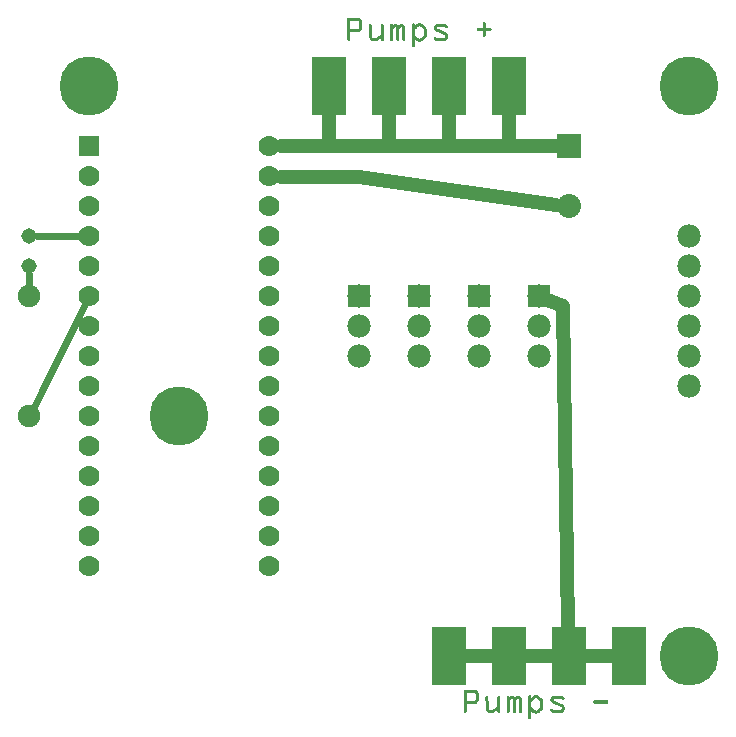
<source format=gtl>
G04 MADE WITH FRITZING*
G04 WWW.FRITZING.ORG*
G04 DOUBLE SIDED*
G04 HOLES PLATED*
G04 CONTOUR ON CENTER OF CONTOUR VECTOR*
%ASAXBY*%
%FSLAX23Y23*%
%MOIN*%
%OFA0B0*%
%SFA1.0B1.0*%
%ADD10C,0.051496*%
%ADD11C,0.196851*%
%ADD12C,0.080000*%
%ADD13C,0.070000*%
%ADD14C,0.078000*%
%ADD15C,0.075000*%
%ADD16R,0.079986X0.080000*%
%ADD17R,0.069972X0.070000*%
%ADD18R,0.078000X0.078000*%
%ADD19R,0.118110X0.196850*%
%ADD20C,0.024000*%
%ADD21C,0.048000*%
%ADD22R,0.001000X0.001000*%
%LNCOPPER1*%
G90*
G70*
G54D10*
X122Y1535D03*
X122Y1635D03*
X122Y1535D03*
X122Y1635D03*
G54D11*
X322Y2135D03*
X622Y1035D03*
X2322Y235D03*
X2322Y2135D03*
G54D12*
X1922Y1935D03*
X1922Y1735D03*
G54D13*
X322Y1935D03*
X322Y1835D03*
X322Y1735D03*
X322Y1635D03*
X322Y1535D03*
X322Y1435D03*
X322Y1335D03*
X322Y1235D03*
X322Y1135D03*
X322Y1035D03*
X322Y935D03*
X322Y835D03*
X322Y735D03*
X322Y635D03*
X322Y535D03*
X922Y1935D03*
X922Y1835D03*
X922Y1735D03*
X922Y1635D03*
X922Y1535D03*
X922Y1435D03*
X922Y1335D03*
X922Y1235D03*
X922Y1135D03*
X922Y1035D03*
X922Y935D03*
X922Y835D03*
X922Y735D03*
X922Y635D03*
X922Y535D03*
G54D14*
X1822Y1435D03*
X1822Y1335D03*
X1822Y1235D03*
X1622Y1435D03*
X1622Y1335D03*
X1622Y1235D03*
X1422Y1435D03*
X1422Y1335D03*
X1422Y1235D03*
X1222Y1435D03*
X1222Y1335D03*
X1222Y1235D03*
G54D15*
X122Y1435D03*
X122Y1035D03*
G54D14*
X2322Y1635D03*
X2322Y1535D03*
X2322Y1435D03*
X2322Y1335D03*
X2322Y1235D03*
X2322Y1135D03*
X2322Y1635D03*
X2322Y1535D03*
X2322Y1435D03*
X2322Y1335D03*
X2322Y1235D03*
X2322Y1135D03*
G54D16*
X1922Y1935D03*
G54D17*
X322Y1935D03*
G54D18*
X1822Y1435D03*
X1622Y1435D03*
X1422Y1435D03*
X1222Y1435D03*
G54D19*
X1122Y2135D03*
X2122Y235D03*
X1722Y235D03*
X1922Y235D03*
X1722Y2135D03*
X1522Y2135D03*
X1522Y235D03*
X1322Y2135D03*
G54D20*
X293Y1635D02*
X149Y1635D01*
G54D21*
D02*
X962Y1935D02*
X1880Y1935D01*
D02*
X1223Y1832D02*
X1880Y1740D01*
D02*
X962Y1834D02*
X1223Y1832D01*
D02*
X1880Y1935D02*
X1722Y1935D01*
D02*
X1722Y1935D02*
X1722Y2042D01*
D02*
X1522Y1935D02*
X1522Y2042D01*
D02*
X1880Y1935D02*
X1522Y1935D01*
D02*
X1880Y1935D02*
X1322Y1935D01*
D02*
X1122Y1935D02*
X1122Y2042D01*
D02*
X1322Y1935D02*
X1122Y1935D01*
D02*
X1669Y235D02*
X1576Y235D01*
D02*
X1869Y235D02*
X1776Y235D01*
D02*
X1976Y235D02*
X2069Y235D01*
D02*
X1861Y1420D02*
X1902Y1404D01*
D02*
X1902Y1404D02*
X1920Y327D01*
D02*
X1322Y1935D02*
X1322Y2042D01*
G54D20*
D02*
X135Y1060D02*
X309Y1409D01*
D02*
X122Y1508D02*
X122Y1463D01*
G54D22*
X1184Y2363D02*
X1222Y2363D01*
X1184Y2362D02*
X1224Y2362D01*
X1184Y2361D02*
X1226Y2361D01*
X1184Y2360D02*
X1227Y2360D01*
X1184Y2359D02*
X1228Y2359D01*
X1184Y2358D02*
X1229Y2358D01*
X1184Y2357D02*
X1230Y2357D01*
X1184Y2356D02*
X1231Y2356D01*
X1184Y2355D02*
X1231Y2355D01*
X1184Y2354D02*
X1232Y2354D01*
X1184Y2353D02*
X1193Y2353D01*
X1221Y2353D02*
X1232Y2353D01*
X1184Y2352D02*
X1193Y2352D01*
X1222Y2352D02*
X1232Y2352D01*
X1184Y2351D02*
X1193Y2351D01*
X1223Y2351D02*
X1232Y2351D01*
X1184Y2350D02*
X1193Y2350D01*
X1223Y2350D02*
X1232Y2350D01*
X1184Y2349D02*
X1193Y2349D01*
X1223Y2349D02*
X1233Y2349D01*
X1638Y2349D02*
X1642Y2349D01*
X1184Y2348D02*
X1193Y2348D01*
X1223Y2348D02*
X1233Y2348D01*
X1637Y2348D02*
X1643Y2348D01*
X1184Y2347D02*
X1193Y2347D01*
X1223Y2347D02*
X1233Y2347D01*
X1636Y2347D02*
X1644Y2347D01*
X1184Y2346D02*
X1193Y2346D01*
X1223Y2346D02*
X1233Y2346D01*
X1636Y2346D02*
X1644Y2346D01*
X1184Y2345D02*
X1193Y2345D01*
X1223Y2345D02*
X1233Y2345D01*
X1636Y2345D02*
X1645Y2345D01*
X1184Y2344D02*
X1193Y2344D01*
X1223Y2344D02*
X1233Y2344D01*
X1402Y2344D02*
X1406Y2344D01*
X1419Y2344D02*
X1429Y2344D01*
X1635Y2344D02*
X1645Y2344D01*
X1184Y2343D02*
X1193Y2343D01*
X1223Y2343D02*
X1233Y2343D01*
X1401Y2343D02*
X1407Y2343D01*
X1417Y2343D02*
X1431Y2343D01*
X1635Y2343D02*
X1645Y2343D01*
X1184Y2342D02*
X1193Y2342D01*
X1223Y2342D02*
X1233Y2342D01*
X1259Y2342D02*
X1262Y2342D01*
X1298Y2342D02*
X1302Y2342D01*
X1330Y2342D02*
X1333Y2342D01*
X1342Y2342D02*
X1348Y2342D01*
X1362Y2342D02*
X1366Y2342D01*
X1400Y2342D02*
X1408Y2342D01*
X1415Y2342D02*
X1433Y2342D01*
X1482Y2342D02*
X1510Y2342D01*
X1635Y2342D02*
X1645Y2342D01*
X1184Y2341D02*
X1193Y2341D01*
X1223Y2341D02*
X1233Y2341D01*
X1257Y2341D02*
X1263Y2341D01*
X1297Y2341D02*
X1303Y2341D01*
X1328Y2341D02*
X1334Y2341D01*
X1340Y2341D02*
X1350Y2341D01*
X1360Y2341D02*
X1369Y2341D01*
X1400Y2341D02*
X1409Y2341D01*
X1414Y2341D02*
X1435Y2341D01*
X1480Y2341D02*
X1513Y2341D01*
X1635Y2341D02*
X1645Y2341D01*
X1184Y2340D02*
X1193Y2340D01*
X1223Y2340D02*
X1233Y2340D01*
X1256Y2340D02*
X1264Y2340D01*
X1296Y2340D02*
X1304Y2340D01*
X1328Y2340D02*
X1335Y2340D01*
X1338Y2340D02*
X1352Y2340D01*
X1358Y2340D02*
X1371Y2340D01*
X1400Y2340D02*
X1409Y2340D01*
X1413Y2340D02*
X1436Y2340D01*
X1478Y2340D02*
X1514Y2340D01*
X1635Y2340D02*
X1645Y2340D01*
X1184Y2339D02*
X1193Y2339D01*
X1223Y2339D02*
X1233Y2339D01*
X1256Y2339D02*
X1264Y2339D01*
X1296Y2339D02*
X1304Y2339D01*
X1327Y2339D02*
X1353Y2339D01*
X1357Y2339D02*
X1372Y2339D01*
X1400Y2339D02*
X1409Y2339D01*
X1412Y2339D02*
X1437Y2339D01*
X1477Y2339D02*
X1516Y2339D01*
X1635Y2339D02*
X1645Y2339D01*
X1184Y2338D02*
X1193Y2338D01*
X1223Y2338D02*
X1233Y2338D01*
X1256Y2338D02*
X1265Y2338D01*
X1296Y2338D02*
X1304Y2338D01*
X1327Y2338D02*
X1373Y2338D01*
X1400Y2338D02*
X1409Y2338D01*
X1411Y2338D02*
X1438Y2338D01*
X1476Y2338D02*
X1517Y2338D01*
X1635Y2338D02*
X1645Y2338D01*
X1184Y2337D02*
X1193Y2337D01*
X1223Y2337D02*
X1233Y2337D01*
X1256Y2337D02*
X1265Y2337D01*
X1295Y2337D02*
X1305Y2337D01*
X1327Y2337D02*
X1374Y2337D01*
X1400Y2337D02*
X1439Y2337D01*
X1475Y2337D02*
X1518Y2337D01*
X1635Y2337D02*
X1645Y2337D01*
X1184Y2336D02*
X1193Y2336D01*
X1223Y2336D02*
X1233Y2336D01*
X1256Y2336D02*
X1265Y2336D01*
X1295Y2336D02*
X1305Y2336D01*
X1327Y2336D02*
X1374Y2336D01*
X1400Y2336D02*
X1441Y2336D01*
X1475Y2336D02*
X1519Y2336D01*
X1635Y2336D02*
X1645Y2336D01*
X1184Y2335D02*
X1193Y2335D01*
X1223Y2335D02*
X1233Y2335D01*
X1256Y2335D02*
X1265Y2335D01*
X1295Y2335D02*
X1305Y2335D01*
X1327Y2335D02*
X1375Y2335D01*
X1400Y2335D02*
X1442Y2335D01*
X1474Y2335D02*
X1519Y2335D01*
X1635Y2335D02*
X1645Y2335D01*
X1184Y2334D02*
X1193Y2334D01*
X1223Y2334D02*
X1233Y2334D01*
X1256Y2334D02*
X1265Y2334D01*
X1295Y2334D02*
X1305Y2334D01*
X1327Y2334D02*
X1375Y2334D01*
X1400Y2334D02*
X1421Y2334D01*
X1428Y2334D02*
X1443Y2334D01*
X1474Y2334D02*
X1519Y2334D01*
X1635Y2334D02*
X1645Y2334D01*
X1184Y2333D02*
X1193Y2333D01*
X1223Y2333D02*
X1233Y2333D01*
X1256Y2333D02*
X1265Y2333D01*
X1295Y2333D02*
X1305Y2333D01*
X1327Y2333D02*
X1375Y2333D01*
X1400Y2333D02*
X1419Y2333D01*
X1429Y2333D02*
X1444Y2333D01*
X1473Y2333D02*
X1519Y2333D01*
X1635Y2333D02*
X1645Y2333D01*
X1184Y2332D02*
X1193Y2332D01*
X1223Y2332D02*
X1233Y2332D01*
X1256Y2332D02*
X1265Y2332D01*
X1295Y2332D02*
X1305Y2332D01*
X1327Y2332D02*
X1343Y2332D01*
X1347Y2332D02*
X1363Y2332D01*
X1366Y2332D02*
X1376Y2332D01*
X1400Y2332D02*
X1418Y2332D01*
X1431Y2332D02*
X1445Y2332D01*
X1473Y2332D02*
X1483Y2332D01*
X1509Y2332D02*
X1519Y2332D01*
X1635Y2332D02*
X1645Y2332D01*
X1184Y2331D02*
X1193Y2331D01*
X1223Y2331D02*
X1233Y2331D01*
X1256Y2331D02*
X1265Y2331D01*
X1295Y2331D02*
X1305Y2331D01*
X1327Y2331D02*
X1342Y2331D01*
X1347Y2331D02*
X1362Y2331D01*
X1367Y2331D02*
X1376Y2331D01*
X1400Y2331D02*
X1417Y2331D01*
X1432Y2331D02*
X1445Y2331D01*
X1473Y2331D02*
X1482Y2331D01*
X1510Y2331D02*
X1519Y2331D01*
X1635Y2331D02*
X1645Y2331D01*
X1184Y2330D02*
X1193Y2330D01*
X1223Y2330D02*
X1233Y2330D01*
X1256Y2330D02*
X1265Y2330D01*
X1295Y2330D02*
X1305Y2330D01*
X1327Y2330D02*
X1341Y2330D01*
X1348Y2330D02*
X1361Y2330D01*
X1367Y2330D02*
X1376Y2330D01*
X1400Y2330D02*
X1416Y2330D01*
X1433Y2330D02*
X1446Y2330D01*
X1473Y2330D02*
X1482Y2330D01*
X1512Y2330D02*
X1518Y2330D01*
X1635Y2330D02*
X1645Y2330D01*
X1184Y2329D02*
X1193Y2329D01*
X1223Y2329D02*
X1232Y2329D01*
X1256Y2329D02*
X1265Y2329D01*
X1295Y2329D02*
X1305Y2329D01*
X1327Y2329D02*
X1340Y2329D01*
X1348Y2329D02*
X1359Y2329D01*
X1367Y2329D02*
X1376Y2329D01*
X1400Y2329D02*
X1415Y2329D01*
X1434Y2329D02*
X1447Y2329D01*
X1473Y2329D02*
X1482Y2329D01*
X1513Y2329D02*
X1517Y2329D01*
X1618Y2329D02*
X1662Y2329D01*
X1184Y2328D02*
X1193Y2328D01*
X1223Y2328D02*
X1232Y2328D01*
X1256Y2328D02*
X1265Y2328D01*
X1295Y2328D02*
X1305Y2328D01*
X1327Y2328D02*
X1338Y2328D01*
X1348Y2328D02*
X1358Y2328D01*
X1367Y2328D02*
X1376Y2328D01*
X1400Y2328D02*
X1414Y2328D01*
X1435Y2328D02*
X1447Y2328D01*
X1473Y2328D02*
X1482Y2328D01*
X1617Y2328D02*
X1663Y2328D01*
X1184Y2327D02*
X1193Y2327D01*
X1222Y2327D02*
X1232Y2327D01*
X1256Y2327D02*
X1265Y2327D01*
X1295Y2327D02*
X1305Y2327D01*
X1327Y2327D02*
X1337Y2327D01*
X1348Y2327D02*
X1357Y2327D01*
X1367Y2327D02*
X1376Y2327D01*
X1400Y2327D02*
X1413Y2327D01*
X1436Y2327D02*
X1448Y2327D01*
X1473Y2327D02*
X1484Y2327D01*
X1616Y2327D02*
X1664Y2327D01*
X1184Y2326D02*
X1193Y2326D01*
X1220Y2326D02*
X1232Y2326D01*
X1256Y2326D02*
X1265Y2326D01*
X1295Y2326D02*
X1305Y2326D01*
X1327Y2326D02*
X1336Y2326D01*
X1348Y2326D02*
X1357Y2326D01*
X1367Y2326D02*
X1376Y2326D01*
X1400Y2326D02*
X1412Y2326D01*
X1438Y2326D02*
X1448Y2326D01*
X1474Y2326D02*
X1486Y2326D01*
X1616Y2326D02*
X1664Y2326D01*
X1184Y2325D02*
X1231Y2325D01*
X1256Y2325D02*
X1265Y2325D01*
X1295Y2325D02*
X1305Y2325D01*
X1327Y2325D02*
X1336Y2325D01*
X1348Y2325D02*
X1357Y2325D01*
X1367Y2325D02*
X1376Y2325D01*
X1400Y2325D02*
X1411Y2325D01*
X1438Y2325D02*
X1448Y2325D01*
X1474Y2325D02*
X1489Y2325D01*
X1616Y2325D02*
X1664Y2325D01*
X1184Y2324D02*
X1231Y2324D01*
X1256Y2324D02*
X1265Y2324D01*
X1295Y2324D02*
X1305Y2324D01*
X1327Y2324D02*
X1336Y2324D01*
X1348Y2324D02*
X1357Y2324D01*
X1367Y2324D02*
X1376Y2324D01*
X1400Y2324D02*
X1410Y2324D01*
X1439Y2324D02*
X1448Y2324D01*
X1474Y2324D02*
X1491Y2324D01*
X1616Y2324D02*
X1664Y2324D01*
X1184Y2323D02*
X1230Y2323D01*
X1256Y2323D02*
X1265Y2323D01*
X1295Y2323D02*
X1305Y2323D01*
X1327Y2323D02*
X1336Y2323D01*
X1348Y2323D02*
X1357Y2323D01*
X1367Y2323D02*
X1376Y2323D01*
X1400Y2323D02*
X1409Y2323D01*
X1439Y2323D02*
X1448Y2323D01*
X1475Y2323D02*
X1493Y2323D01*
X1616Y2323D02*
X1664Y2323D01*
X1184Y2322D02*
X1230Y2322D01*
X1256Y2322D02*
X1265Y2322D01*
X1295Y2322D02*
X1305Y2322D01*
X1327Y2322D02*
X1336Y2322D01*
X1348Y2322D02*
X1357Y2322D01*
X1367Y2322D02*
X1376Y2322D01*
X1400Y2322D02*
X1409Y2322D01*
X1439Y2322D02*
X1449Y2322D01*
X1476Y2322D02*
X1495Y2322D01*
X1617Y2322D02*
X1664Y2322D01*
X1184Y2321D02*
X1229Y2321D01*
X1256Y2321D02*
X1265Y2321D01*
X1295Y2321D02*
X1305Y2321D01*
X1327Y2321D02*
X1336Y2321D01*
X1348Y2321D02*
X1357Y2321D01*
X1367Y2321D02*
X1376Y2321D01*
X1400Y2321D02*
X1409Y2321D01*
X1439Y2321D02*
X1449Y2321D01*
X1476Y2321D02*
X1498Y2321D01*
X1617Y2321D02*
X1663Y2321D01*
X1184Y2320D02*
X1228Y2320D01*
X1256Y2320D02*
X1265Y2320D01*
X1295Y2320D02*
X1305Y2320D01*
X1327Y2320D02*
X1336Y2320D01*
X1348Y2320D02*
X1357Y2320D01*
X1367Y2320D02*
X1376Y2320D01*
X1400Y2320D02*
X1409Y2320D01*
X1439Y2320D02*
X1449Y2320D01*
X1477Y2320D02*
X1500Y2320D01*
X1619Y2320D02*
X1661Y2320D01*
X1184Y2319D02*
X1227Y2319D01*
X1256Y2319D02*
X1265Y2319D01*
X1295Y2319D02*
X1305Y2319D01*
X1327Y2319D02*
X1336Y2319D01*
X1348Y2319D02*
X1357Y2319D01*
X1367Y2319D02*
X1376Y2319D01*
X1400Y2319D02*
X1409Y2319D01*
X1439Y2319D02*
X1449Y2319D01*
X1479Y2319D02*
X1502Y2319D01*
X1635Y2319D02*
X1645Y2319D01*
X1184Y2318D02*
X1226Y2318D01*
X1256Y2318D02*
X1265Y2318D01*
X1295Y2318D02*
X1305Y2318D01*
X1327Y2318D02*
X1336Y2318D01*
X1348Y2318D02*
X1357Y2318D01*
X1367Y2318D02*
X1376Y2318D01*
X1400Y2318D02*
X1409Y2318D01*
X1439Y2318D02*
X1449Y2318D01*
X1480Y2318D02*
X1505Y2318D01*
X1635Y2318D02*
X1645Y2318D01*
X1184Y2317D02*
X1224Y2317D01*
X1256Y2317D02*
X1265Y2317D01*
X1295Y2317D02*
X1305Y2317D01*
X1327Y2317D02*
X1336Y2317D01*
X1348Y2317D02*
X1357Y2317D01*
X1367Y2317D02*
X1376Y2317D01*
X1400Y2317D02*
X1409Y2317D01*
X1439Y2317D02*
X1449Y2317D01*
X1483Y2317D02*
X1507Y2317D01*
X1635Y2317D02*
X1645Y2317D01*
X1184Y2316D02*
X1221Y2316D01*
X1256Y2316D02*
X1266Y2316D01*
X1295Y2316D02*
X1305Y2316D01*
X1327Y2316D02*
X1336Y2316D01*
X1348Y2316D02*
X1357Y2316D01*
X1367Y2316D02*
X1376Y2316D01*
X1400Y2316D02*
X1409Y2316D01*
X1439Y2316D02*
X1449Y2316D01*
X1485Y2316D02*
X1509Y2316D01*
X1635Y2316D02*
X1645Y2316D01*
X1184Y2315D02*
X1193Y2315D01*
X1256Y2315D02*
X1266Y2315D01*
X1295Y2315D02*
X1305Y2315D01*
X1327Y2315D02*
X1336Y2315D01*
X1348Y2315D02*
X1357Y2315D01*
X1367Y2315D02*
X1376Y2315D01*
X1400Y2315D02*
X1409Y2315D01*
X1439Y2315D02*
X1449Y2315D01*
X1487Y2315D02*
X1512Y2315D01*
X1635Y2315D02*
X1645Y2315D01*
X1184Y2314D02*
X1193Y2314D01*
X1257Y2314D02*
X1266Y2314D01*
X1295Y2314D02*
X1305Y2314D01*
X1327Y2314D02*
X1336Y2314D01*
X1348Y2314D02*
X1357Y2314D01*
X1367Y2314D02*
X1376Y2314D01*
X1400Y2314D02*
X1409Y2314D01*
X1439Y2314D02*
X1449Y2314D01*
X1490Y2314D02*
X1513Y2314D01*
X1635Y2314D02*
X1645Y2314D01*
X1184Y2313D02*
X1193Y2313D01*
X1257Y2313D02*
X1266Y2313D01*
X1295Y2313D02*
X1305Y2313D01*
X1327Y2313D02*
X1336Y2313D01*
X1348Y2313D02*
X1357Y2313D01*
X1367Y2313D02*
X1376Y2313D01*
X1400Y2313D02*
X1409Y2313D01*
X1439Y2313D02*
X1449Y2313D01*
X1492Y2313D02*
X1515Y2313D01*
X1635Y2313D02*
X1645Y2313D01*
X1184Y2312D02*
X1193Y2312D01*
X1257Y2312D02*
X1266Y2312D01*
X1295Y2312D02*
X1305Y2312D01*
X1327Y2312D02*
X1336Y2312D01*
X1348Y2312D02*
X1357Y2312D01*
X1367Y2312D02*
X1376Y2312D01*
X1400Y2312D02*
X1409Y2312D01*
X1439Y2312D02*
X1449Y2312D01*
X1494Y2312D02*
X1516Y2312D01*
X1635Y2312D02*
X1645Y2312D01*
X1184Y2311D02*
X1193Y2311D01*
X1257Y2311D02*
X1266Y2311D01*
X1295Y2311D02*
X1305Y2311D01*
X1327Y2311D02*
X1336Y2311D01*
X1348Y2311D02*
X1357Y2311D01*
X1367Y2311D02*
X1376Y2311D01*
X1400Y2311D02*
X1409Y2311D01*
X1439Y2311D02*
X1449Y2311D01*
X1497Y2311D02*
X1517Y2311D01*
X1635Y2311D02*
X1645Y2311D01*
X1184Y2310D02*
X1193Y2310D01*
X1257Y2310D02*
X1266Y2310D01*
X1295Y2310D02*
X1305Y2310D01*
X1327Y2310D02*
X1336Y2310D01*
X1348Y2310D02*
X1357Y2310D01*
X1367Y2310D02*
X1377Y2310D01*
X1400Y2310D02*
X1409Y2310D01*
X1439Y2310D02*
X1449Y2310D01*
X1499Y2310D02*
X1517Y2310D01*
X1635Y2310D02*
X1645Y2310D01*
X1184Y2309D02*
X1193Y2309D01*
X1257Y2309D02*
X1266Y2309D01*
X1295Y2309D02*
X1305Y2309D01*
X1327Y2309D02*
X1336Y2309D01*
X1348Y2309D02*
X1357Y2309D01*
X1367Y2309D02*
X1377Y2309D01*
X1400Y2309D02*
X1409Y2309D01*
X1439Y2309D02*
X1449Y2309D01*
X1501Y2309D02*
X1518Y2309D01*
X1635Y2309D02*
X1645Y2309D01*
X1184Y2308D02*
X1193Y2308D01*
X1257Y2308D02*
X1266Y2308D01*
X1295Y2308D02*
X1305Y2308D01*
X1327Y2308D02*
X1336Y2308D01*
X1348Y2308D02*
X1357Y2308D01*
X1368Y2308D02*
X1377Y2308D01*
X1400Y2308D02*
X1409Y2308D01*
X1439Y2308D02*
X1449Y2308D01*
X1504Y2308D02*
X1519Y2308D01*
X1635Y2308D02*
X1645Y2308D01*
X1184Y2307D02*
X1193Y2307D01*
X1257Y2307D02*
X1266Y2307D01*
X1295Y2307D02*
X1305Y2307D01*
X1327Y2307D02*
X1336Y2307D01*
X1348Y2307D02*
X1357Y2307D01*
X1368Y2307D02*
X1377Y2307D01*
X1400Y2307D02*
X1409Y2307D01*
X1439Y2307D02*
X1449Y2307D01*
X1506Y2307D02*
X1519Y2307D01*
X1635Y2307D02*
X1645Y2307D01*
X1184Y2306D02*
X1193Y2306D01*
X1257Y2306D02*
X1266Y2306D01*
X1295Y2306D02*
X1305Y2306D01*
X1327Y2306D02*
X1336Y2306D01*
X1348Y2306D02*
X1357Y2306D01*
X1368Y2306D02*
X1377Y2306D01*
X1400Y2306D02*
X1409Y2306D01*
X1439Y2306D02*
X1449Y2306D01*
X1508Y2306D02*
X1520Y2306D01*
X1635Y2306D02*
X1645Y2306D01*
X1184Y2305D02*
X1193Y2305D01*
X1257Y2305D02*
X1266Y2305D01*
X1293Y2305D02*
X1305Y2305D01*
X1327Y2305D02*
X1336Y2305D01*
X1348Y2305D02*
X1357Y2305D01*
X1368Y2305D02*
X1377Y2305D01*
X1400Y2305D02*
X1410Y2305D01*
X1439Y2305D02*
X1448Y2305D01*
X1510Y2305D02*
X1520Y2305D01*
X1636Y2305D02*
X1645Y2305D01*
X1184Y2304D02*
X1193Y2304D01*
X1257Y2304D02*
X1266Y2304D01*
X1292Y2304D02*
X1305Y2304D01*
X1327Y2304D02*
X1336Y2304D01*
X1348Y2304D02*
X1357Y2304D01*
X1368Y2304D02*
X1377Y2304D01*
X1400Y2304D02*
X1410Y2304D01*
X1439Y2304D02*
X1448Y2304D01*
X1510Y2304D02*
X1520Y2304D01*
X1636Y2304D02*
X1644Y2304D01*
X1184Y2303D02*
X1193Y2303D01*
X1257Y2303D02*
X1266Y2303D01*
X1290Y2303D02*
X1305Y2303D01*
X1327Y2303D02*
X1336Y2303D01*
X1348Y2303D02*
X1357Y2303D01*
X1368Y2303D02*
X1377Y2303D01*
X1400Y2303D02*
X1411Y2303D01*
X1438Y2303D02*
X1448Y2303D01*
X1511Y2303D02*
X1520Y2303D01*
X1636Y2303D02*
X1644Y2303D01*
X1184Y2302D02*
X1193Y2302D01*
X1257Y2302D02*
X1266Y2302D01*
X1289Y2302D02*
X1305Y2302D01*
X1327Y2302D02*
X1336Y2302D01*
X1348Y2302D02*
X1357Y2302D01*
X1368Y2302D02*
X1377Y2302D01*
X1400Y2302D02*
X1412Y2302D01*
X1437Y2302D02*
X1448Y2302D01*
X1511Y2302D02*
X1520Y2302D01*
X1637Y2302D02*
X1644Y2302D01*
X1184Y2301D02*
X1193Y2301D01*
X1257Y2301D02*
X1266Y2301D01*
X1287Y2301D02*
X1305Y2301D01*
X1327Y2301D02*
X1336Y2301D01*
X1348Y2301D02*
X1357Y2301D01*
X1368Y2301D02*
X1377Y2301D01*
X1400Y2301D02*
X1413Y2301D01*
X1436Y2301D02*
X1448Y2301D01*
X1511Y2301D02*
X1520Y2301D01*
X1638Y2301D02*
X1643Y2301D01*
X1184Y2300D02*
X1193Y2300D01*
X1257Y2300D02*
X1266Y2300D01*
X1286Y2300D02*
X1305Y2300D01*
X1327Y2300D02*
X1336Y2300D01*
X1348Y2300D02*
X1357Y2300D01*
X1368Y2300D02*
X1377Y2300D01*
X1400Y2300D02*
X1414Y2300D01*
X1435Y2300D02*
X1447Y2300D01*
X1476Y2300D02*
X1476Y2300D01*
X1511Y2300D02*
X1520Y2300D01*
X1640Y2300D02*
X1640Y2300D01*
X1184Y2299D02*
X1193Y2299D01*
X1257Y2299D02*
X1266Y2299D01*
X1284Y2299D02*
X1305Y2299D01*
X1327Y2299D02*
X1336Y2299D01*
X1348Y2299D02*
X1357Y2299D01*
X1368Y2299D02*
X1377Y2299D01*
X1400Y2299D02*
X1415Y2299D01*
X1434Y2299D02*
X1447Y2299D01*
X1474Y2299D02*
X1479Y2299D01*
X1511Y2299D02*
X1520Y2299D01*
X1184Y2298D02*
X1193Y2298D01*
X1257Y2298D02*
X1267Y2298D01*
X1282Y2298D02*
X1305Y2298D01*
X1327Y2298D02*
X1336Y2298D01*
X1348Y2298D02*
X1357Y2298D01*
X1368Y2298D02*
X1377Y2298D01*
X1400Y2298D02*
X1416Y2298D01*
X1433Y2298D02*
X1446Y2298D01*
X1473Y2298D02*
X1480Y2298D01*
X1510Y2298D02*
X1520Y2298D01*
X1184Y2297D02*
X1193Y2297D01*
X1257Y2297D02*
X1268Y2297D01*
X1281Y2297D02*
X1305Y2297D01*
X1327Y2297D02*
X1336Y2297D01*
X1348Y2297D02*
X1357Y2297D01*
X1368Y2297D02*
X1377Y2297D01*
X1400Y2297D02*
X1417Y2297D01*
X1431Y2297D02*
X1445Y2297D01*
X1472Y2297D02*
X1482Y2297D01*
X1509Y2297D02*
X1520Y2297D01*
X1184Y2296D02*
X1193Y2296D01*
X1258Y2296D02*
X1270Y2296D01*
X1279Y2296D02*
X1305Y2296D01*
X1327Y2296D02*
X1336Y2296D01*
X1348Y2296D02*
X1357Y2296D01*
X1368Y2296D02*
X1377Y2296D01*
X1400Y2296D02*
X1418Y2296D01*
X1430Y2296D02*
X1444Y2296D01*
X1472Y2296D02*
X1484Y2296D01*
X1507Y2296D02*
X1519Y2296D01*
X1184Y2295D02*
X1193Y2295D01*
X1258Y2295D02*
X1305Y2295D01*
X1327Y2295D02*
X1336Y2295D01*
X1348Y2295D02*
X1357Y2295D01*
X1368Y2295D02*
X1377Y2295D01*
X1400Y2295D02*
X1419Y2295D01*
X1429Y2295D02*
X1444Y2295D01*
X1472Y2295D02*
X1519Y2295D01*
X1184Y2294D02*
X1193Y2294D01*
X1259Y2294D02*
X1305Y2294D01*
X1327Y2294D02*
X1336Y2294D01*
X1348Y2294D02*
X1357Y2294D01*
X1368Y2294D02*
X1377Y2294D01*
X1400Y2294D02*
X1421Y2294D01*
X1427Y2294D02*
X1442Y2294D01*
X1472Y2294D02*
X1519Y2294D01*
X1184Y2293D02*
X1193Y2293D01*
X1259Y2293D02*
X1292Y2293D01*
X1295Y2293D02*
X1305Y2293D01*
X1327Y2293D02*
X1336Y2293D01*
X1348Y2293D02*
X1357Y2293D01*
X1368Y2293D02*
X1377Y2293D01*
X1400Y2293D02*
X1441Y2293D01*
X1472Y2293D02*
X1518Y2293D01*
X1184Y2292D02*
X1193Y2292D01*
X1260Y2292D02*
X1291Y2292D01*
X1295Y2292D02*
X1305Y2292D01*
X1327Y2292D02*
X1336Y2292D01*
X1348Y2292D02*
X1357Y2292D01*
X1368Y2292D02*
X1377Y2292D01*
X1400Y2292D02*
X1440Y2292D01*
X1473Y2292D02*
X1517Y2292D01*
X1184Y2291D02*
X1193Y2291D01*
X1261Y2291D02*
X1289Y2291D01*
X1295Y2291D02*
X1305Y2291D01*
X1327Y2291D02*
X1336Y2291D01*
X1348Y2291D02*
X1357Y2291D01*
X1368Y2291D02*
X1377Y2291D01*
X1400Y2291D02*
X1439Y2291D01*
X1474Y2291D02*
X1516Y2291D01*
X1184Y2290D02*
X1193Y2290D01*
X1262Y2290D02*
X1288Y2290D01*
X1296Y2290D02*
X1304Y2290D01*
X1327Y2290D02*
X1336Y2290D01*
X1348Y2290D02*
X1356Y2290D01*
X1368Y2290D02*
X1377Y2290D01*
X1400Y2290D02*
X1409Y2290D01*
X1411Y2290D02*
X1438Y2290D01*
X1475Y2290D02*
X1516Y2290D01*
X1184Y2289D02*
X1192Y2289D01*
X1263Y2289D02*
X1286Y2289D01*
X1296Y2289D02*
X1304Y2289D01*
X1327Y2289D02*
X1336Y2289D01*
X1348Y2289D02*
X1356Y2289D01*
X1369Y2289D02*
X1377Y2289D01*
X1400Y2289D02*
X1409Y2289D01*
X1412Y2289D02*
X1437Y2289D01*
X1476Y2289D02*
X1514Y2289D01*
X1185Y2288D02*
X1192Y2288D01*
X1264Y2288D02*
X1284Y2288D01*
X1296Y2288D02*
X1304Y2288D01*
X1328Y2288D02*
X1335Y2288D01*
X1349Y2288D02*
X1356Y2288D01*
X1369Y2288D02*
X1376Y2288D01*
X1400Y2288D02*
X1409Y2288D01*
X1413Y2288D02*
X1435Y2288D01*
X1478Y2288D02*
X1513Y2288D01*
X1186Y2287D02*
X1191Y2287D01*
X1266Y2287D02*
X1282Y2287D01*
X1297Y2287D02*
X1303Y2287D01*
X1329Y2287D02*
X1334Y2287D01*
X1349Y2287D02*
X1355Y2287D01*
X1370Y2287D02*
X1375Y2287D01*
X1400Y2287D02*
X1409Y2287D01*
X1414Y2287D02*
X1434Y2287D01*
X1480Y2287D02*
X1511Y2287D01*
X1188Y2286D02*
X1189Y2286D01*
X1269Y2286D02*
X1279Y2286D01*
X1299Y2286D02*
X1301Y2286D01*
X1331Y2286D02*
X1332Y2286D01*
X1351Y2286D02*
X1353Y2286D01*
X1372Y2286D02*
X1373Y2286D01*
X1400Y2286D02*
X1409Y2286D01*
X1416Y2286D02*
X1433Y2286D01*
X1485Y2286D02*
X1508Y2286D01*
X1400Y2285D02*
X1409Y2285D01*
X1418Y2285D02*
X1431Y2285D01*
X1400Y2284D02*
X1409Y2284D01*
X1421Y2284D02*
X1428Y2284D01*
X1400Y2283D02*
X1409Y2283D01*
X1400Y2282D02*
X1409Y2282D01*
X1400Y2281D02*
X1409Y2281D01*
X1400Y2280D02*
X1409Y2280D01*
X1400Y2279D02*
X1409Y2279D01*
X1400Y2278D02*
X1409Y2278D01*
X1400Y2277D02*
X1409Y2277D01*
X1400Y2276D02*
X1409Y2276D01*
X1400Y2275D02*
X1409Y2275D01*
X1400Y2274D02*
X1409Y2274D01*
X1400Y2273D02*
X1409Y2273D01*
X1400Y2272D02*
X1409Y2272D01*
X1400Y2271D02*
X1409Y2271D01*
X1400Y2270D02*
X1409Y2270D01*
X1400Y2269D02*
X1409Y2269D01*
X1400Y2268D02*
X1409Y2268D01*
X1401Y2267D02*
X1408Y2267D01*
X1401Y2266D02*
X1407Y2266D01*
X1403Y2265D02*
X1406Y2265D01*
X1572Y123D02*
X1611Y123D01*
X1572Y122D02*
X1613Y122D01*
X1572Y121D02*
X1615Y121D01*
X1572Y120D02*
X1616Y120D01*
X1572Y119D02*
X1617Y119D01*
X1572Y118D02*
X1618Y118D01*
X1572Y117D02*
X1618Y117D01*
X1572Y116D02*
X1619Y116D01*
X1572Y115D02*
X1620Y115D01*
X1572Y114D02*
X1620Y114D01*
X1572Y113D02*
X1581Y113D01*
X1609Y113D02*
X1620Y113D01*
X1572Y112D02*
X1581Y112D01*
X1610Y112D02*
X1621Y112D01*
X1572Y111D02*
X1581Y111D01*
X1611Y111D02*
X1621Y111D01*
X1572Y110D02*
X1581Y110D01*
X1612Y110D02*
X1621Y110D01*
X1572Y109D02*
X1581Y109D01*
X1612Y109D02*
X1621Y109D01*
X1572Y108D02*
X1581Y108D01*
X1612Y108D02*
X1621Y108D01*
X1572Y107D02*
X1581Y107D01*
X1612Y107D02*
X1621Y107D01*
X1572Y106D02*
X1581Y106D01*
X1612Y106D02*
X1621Y106D01*
X1572Y105D02*
X1581Y105D01*
X1612Y105D02*
X1621Y105D01*
X1572Y104D02*
X1581Y104D01*
X1612Y104D02*
X1621Y104D01*
X1790Y104D02*
X1795Y104D01*
X1807Y104D02*
X1818Y104D01*
X1572Y103D02*
X1581Y103D01*
X1612Y103D02*
X1621Y103D01*
X1789Y103D02*
X1796Y103D01*
X1805Y103D02*
X1820Y103D01*
X1572Y102D02*
X1581Y102D01*
X1612Y102D02*
X1621Y102D01*
X1647Y102D02*
X1650Y102D01*
X1686Y102D02*
X1690Y102D01*
X1718Y102D02*
X1722Y102D01*
X1730Y102D02*
X1737Y102D01*
X1750Y102D02*
X1755Y102D01*
X1789Y102D02*
X1797Y102D01*
X1803Y102D02*
X1822Y102D01*
X1870Y102D02*
X1899Y102D01*
X1572Y101D02*
X1581Y101D01*
X1612Y101D02*
X1621Y101D01*
X1645Y101D02*
X1652Y101D01*
X1685Y101D02*
X1691Y101D01*
X1717Y101D02*
X1723Y101D01*
X1728Y101D02*
X1739Y101D01*
X1748Y101D02*
X1758Y101D01*
X1788Y101D02*
X1797Y101D01*
X1802Y101D02*
X1823Y101D01*
X1868Y101D02*
X1901Y101D01*
X1572Y100D02*
X1581Y100D01*
X1612Y100D02*
X1621Y100D01*
X1645Y100D02*
X1652Y100D01*
X1684Y100D02*
X1692Y100D01*
X1716Y100D02*
X1724Y100D01*
X1726Y100D02*
X1740Y100D01*
X1746Y100D02*
X1759Y100D01*
X1788Y100D02*
X1797Y100D01*
X1801Y100D02*
X1824Y100D01*
X1866Y100D02*
X1903Y100D01*
X1572Y99D02*
X1581Y99D01*
X1612Y99D02*
X1621Y99D01*
X1644Y99D02*
X1653Y99D01*
X1684Y99D02*
X1693Y99D01*
X1716Y99D02*
X1741Y99D01*
X1745Y99D02*
X1760Y99D01*
X1788Y99D02*
X1797Y99D01*
X1800Y99D02*
X1826Y99D01*
X1865Y99D02*
X1904Y99D01*
X1572Y98D02*
X1581Y98D01*
X1612Y98D02*
X1621Y98D01*
X1644Y98D02*
X1653Y98D01*
X1684Y98D02*
X1693Y98D01*
X1715Y98D02*
X1761Y98D01*
X1788Y98D02*
X1797Y98D01*
X1799Y98D02*
X1827Y98D01*
X1864Y98D02*
X1905Y98D01*
X1572Y97D02*
X1581Y97D01*
X1612Y97D02*
X1621Y97D01*
X1644Y97D02*
X1653Y97D01*
X1684Y97D02*
X1693Y97D01*
X1715Y97D02*
X1762Y97D01*
X1788Y97D02*
X1828Y97D01*
X1863Y97D02*
X1906Y97D01*
X1572Y96D02*
X1581Y96D01*
X1612Y96D02*
X1621Y96D01*
X1644Y96D02*
X1653Y96D01*
X1684Y96D02*
X1693Y96D01*
X1715Y96D02*
X1763Y96D01*
X1788Y96D02*
X1829Y96D01*
X1863Y96D02*
X1907Y96D01*
X1572Y95D02*
X1581Y95D01*
X1612Y95D02*
X1621Y95D01*
X1644Y95D02*
X1653Y95D01*
X1684Y95D02*
X1693Y95D01*
X1715Y95D02*
X1763Y95D01*
X1788Y95D02*
X1830Y95D01*
X1862Y95D02*
X1907Y95D01*
X1572Y94D02*
X1581Y94D01*
X1612Y94D02*
X1621Y94D01*
X1644Y94D02*
X1653Y94D01*
X1684Y94D02*
X1693Y94D01*
X1715Y94D02*
X1764Y94D01*
X1788Y94D02*
X1809Y94D01*
X1817Y94D02*
X1831Y94D01*
X1862Y94D02*
X1908Y94D01*
X1572Y93D02*
X1581Y93D01*
X1612Y93D02*
X1621Y93D01*
X1644Y93D02*
X1653Y93D01*
X1684Y93D02*
X1693Y93D01*
X1715Y93D02*
X1764Y93D01*
X1788Y93D02*
X1807Y93D01*
X1818Y93D02*
X1832Y93D01*
X1862Y93D02*
X1908Y93D01*
X1572Y92D02*
X1581Y92D01*
X1612Y92D02*
X1621Y92D01*
X1644Y92D02*
X1653Y92D01*
X1684Y92D02*
X1693Y92D01*
X1715Y92D02*
X1731Y92D01*
X1735Y92D02*
X1751Y92D01*
X1755Y92D02*
X1764Y92D01*
X1788Y92D02*
X1806Y92D01*
X1819Y92D02*
X1833Y92D01*
X1861Y92D02*
X1871Y92D01*
X1897Y92D02*
X1907Y92D01*
X1572Y91D02*
X1581Y91D01*
X1612Y91D02*
X1621Y91D01*
X1644Y91D02*
X1653Y91D01*
X1684Y91D02*
X1693Y91D01*
X1715Y91D02*
X1730Y91D01*
X1736Y91D02*
X1750Y91D01*
X1755Y91D02*
X1764Y91D01*
X1788Y91D02*
X1805Y91D01*
X1820Y91D02*
X1834Y91D01*
X1861Y91D02*
X1871Y91D01*
X1899Y91D02*
X1907Y91D01*
X1572Y90D02*
X1581Y90D01*
X1612Y90D02*
X1621Y90D01*
X1644Y90D02*
X1653Y90D01*
X1684Y90D02*
X1693Y90D01*
X1715Y90D02*
X1729Y90D01*
X1736Y90D02*
X1749Y90D01*
X1755Y90D02*
X1764Y90D01*
X1788Y90D02*
X1804Y90D01*
X1821Y90D02*
X1835Y90D01*
X1861Y90D02*
X1870Y90D01*
X1900Y90D02*
X1906Y90D01*
X2009Y90D02*
X2048Y90D01*
X1572Y89D02*
X1581Y89D01*
X1611Y89D02*
X1621Y89D01*
X1644Y89D02*
X1653Y89D01*
X1684Y89D02*
X1693Y89D01*
X1715Y89D02*
X1728Y89D01*
X1736Y89D02*
X1748Y89D01*
X1755Y89D02*
X1764Y89D01*
X1788Y89D02*
X1803Y89D01*
X1823Y89D02*
X1835Y89D01*
X1861Y89D02*
X1870Y89D01*
X1902Y89D02*
X1905Y89D01*
X2006Y89D02*
X2051Y89D01*
X1572Y88D02*
X1581Y88D01*
X1611Y88D02*
X1621Y88D01*
X1644Y88D02*
X1653Y88D01*
X1684Y88D02*
X1693Y88D01*
X1715Y88D02*
X1727Y88D01*
X1736Y88D02*
X1746Y88D01*
X1755Y88D02*
X1764Y88D01*
X1788Y88D02*
X1802Y88D01*
X1824Y88D02*
X1836Y88D01*
X1861Y88D02*
X1871Y88D01*
X2005Y88D02*
X2052Y88D01*
X1572Y87D02*
X1581Y87D01*
X1610Y87D02*
X1620Y87D01*
X1644Y87D02*
X1653Y87D01*
X1684Y87D02*
X1693Y87D01*
X1715Y87D02*
X1725Y87D01*
X1736Y87D02*
X1745Y87D01*
X1755Y87D02*
X1764Y87D01*
X1788Y87D02*
X1801Y87D01*
X1825Y87D02*
X1836Y87D01*
X1862Y87D02*
X1873Y87D01*
X2004Y87D02*
X2052Y87D01*
X1572Y86D02*
X1581Y86D01*
X1608Y86D02*
X1620Y86D01*
X1644Y86D02*
X1653Y86D01*
X1684Y86D02*
X1693Y86D01*
X1715Y86D02*
X1724Y86D01*
X1736Y86D02*
X1745Y86D01*
X1755Y86D02*
X1764Y86D01*
X1788Y86D02*
X1800Y86D01*
X1826Y86D02*
X1836Y86D01*
X1862Y86D02*
X1875Y86D01*
X2004Y86D02*
X2053Y86D01*
X1572Y85D02*
X1620Y85D01*
X1644Y85D02*
X1654Y85D01*
X1684Y85D02*
X1693Y85D01*
X1715Y85D02*
X1724Y85D01*
X1736Y85D02*
X1745Y85D01*
X1755Y85D02*
X1764Y85D01*
X1788Y85D02*
X1799Y85D01*
X1827Y85D02*
X1837Y85D01*
X1862Y85D02*
X1877Y85D01*
X2004Y85D02*
X2053Y85D01*
X1572Y84D02*
X1619Y84D01*
X1645Y84D02*
X1654Y84D01*
X1684Y84D02*
X1693Y84D01*
X1715Y84D02*
X1724Y84D01*
X1736Y84D02*
X1745Y84D01*
X1755Y84D02*
X1764Y84D01*
X1788Y84D02*
X1798Y84D01*
X1827Y84D02*
X1837Y84D01*
X1863Y84D02*
X1880Y84D01*
X2004Y84D02*
X2053Y84D01*
X1572Y83D02*
X1619Y83D01*
X1645Y83D02*
X1654Y83D01*
X1684Y83D02*
X1693Y83D01*
X1715Y83D02*
X1724Y83D01*
X1736Y83D02*
X1745Y83D01*
X1755Y83D02*
X1764Y83D01*
X1788Y83D02*
X1798Y83D01*
X1828Y83D02*
X1837Y83D01*
X1863Y83D02*
X1882Y83D01*
X2004Y83D02*
X2053Y83D01*
X1572Y82D02*
X1618Y82D01*
X1645Y82D02*
X1654Y82D01*
X1684Y82D02*
X1693Y82D01*
X1715Y82D02*
X1724Y82D01*
X1736Y82D02*
X1745Y82D01*
X1755Y82D02*
X1764Y82D01*
X1788Y82D02*
X1797Y82D01*
X1828Y82D02*
X1837Y82D01*
X1864Y82D02*
X1884Y82D01*
X2004Y82D02*
X2053Y82D01*
X1572Y81D02*
X1617Y81D01*
X1645Y81D02*
X1654Y81D01*
X1684Y81D02*
X1693Y81D01*
X1715Y81D02*
X1724Y81D01*
X1736Y81D02*
X1745Y81D01*
X1755Y81D02*
X1764Y81D01*
X1788Y81D02*
X1797Y81D01*
X1828Y81D02*
X1837Y81D01*
X1865Y81D02*
X1886Y81D01*
X2004Y81D02*
X2053Y81D01*
X1572Y80D02*
X1616Y80D01*
X1645Y80D02*
X1654Y80D01*
X1684Y80D02*
X1693Y80D01*
X1715Y80D02*
X1724Y80D01*
X1736Y80D02*
X1745Y80D01*
X1755Y80D02*
X1764Y80D01*
X1788Y80D02*
X1797Y80D01*
X1828Y80D02*
X1837Y80D01*
X1866Y80D02*
X1889Y80D01*
X2004Y80D02*
X2053Y80D01*
X1572Y79D02*
X1615Y79D01*
X1645Y79D02*
X1654Y79D01*
X1684Y79D02*
X1693Y79D01*
X1715Y79D02*
X1724Y79D01*
X1736Y79D02*
X1745Y79D01*
X1755Y79D02*
X1765Y79D01*
X1788Y79D02*
X1797Y79D01*
X1828Y79D02*
X1837Y79D01*
X1867Y79D02*
X1891Y79D01*
X2004Y79D02*
X2052Y79D01*
X1572Y78D02*
X1614Y78D01*
X1645Y78D02*
X1654Y78D01*
X1684Y78D02*
X1693Y78D01*
X1715Y78D02*
X1724Y78D01*
X1736Y78D02*
X1745Y78D01*
X1755Y78D02*
X1765Y78D01*
X1788Y78D02*
X1797Y78D01*
X1828Y78D02*
X1837Y78D01*
X1869Y78D02*
X1893Y78D01*
X2005Y78D02*
X2052Y78D01*
X1572Y77D02*
X1612Y77D01*
X1645Y77D02*
X1654Y77D01*
X1684Y77D02*
X1693Y77D01*
X1715Y77D02*
X1724Y77D01*
X1736Y77D02*
X1745Y77D01*
X1756Y77D02*
X1765Y77D01*
X1788Y77D02*
X1797Y77D01*
X1828Y77D02*
X1837Y77D01*
X1871Y77D02*
X1896Y77D01*
X2006Y77D02*
X2051Y77D01*
X1572Y76D02*
X1609Y76D01*
X1645Y76D02*
X1654Y76D01*
X1684Y76D02*
X1693Y76D01*
X1715Y76D02*
X1724Y76D01*
X1736Y76D02*
X1745Y76D01*
X1756Y76D02*
X1765Y76D01*
X1788Y76D02*
X1797Y76D01*
X1828Y76D02*
X1837Y76D01*
X1874Y76D02*
X1898Y76D01*
X2007Y76D02*
X2050Y76D01*
X1572Y75D02*
X1581Y75D01*
X1645Y75D02*
X1654Y75D01*
X1684Y75D02*
X1693Y75D01*
X1715Y75D02*
X1724Y75D01*
X1736Y75D02*
X1745Y75D01*
X1756Y75D02*
X1765Y75D01*
X1788Y75D02*
X1797Y75D01*
X1828Y75D02*
X1837Y75D01*
X1876Y75D02*
X1900Y75D01*
X1572Y74D02*
X1581Y74D01*
X1645Y74D02*
X1654Y74D01*
X1684Y74D02*
X1693Y74D01*
X1715Y74D02*
X1724Y74D01*
X1736Y74D02*
X1745Y74D01*
X1756Y74D02*
X1765Y74D01*
X1788Y74D02*
X1797Y74D01*
X1828Y74D02*
X1837Y74D01*
X1878Y74D02*
X1902Y74D01*
X1572Y73D02*
X1581Y73D01*
X1645Y73D02*
X1654Y73D01*
X1684Y73D02*
X1693Y73D01*
X1715Y73D02*
X1724Y73D01*
X1736Y73D02*
X1745Y73D01*
X1756Y73D02*
X1765Y73D01*
X1788Y73D02*
X1797Y73D01*
X1828Y73D02*
X1837Y73D01*
X1881Y73D02*
X1903Y73D01*
X1572Y72D02*
X1581Y72D01*
X1645Y72D02*
X1654Y72D01*
X1684Y72D02*
X1693Y72D01*
X1715Y72D02*
X1724Y72D01*
X1736Y72D02*
X1745Y72D01*
X1756Y72D02*
X1765Y72D01*
X1788Y72D02*
X1797Y72D01*
X1828Y72D02*
X1837Y72D01*
X1883Y72D02*
X1904Y72D01*
X1572Y71D02*
X1581Y71D01*
X1645Y71D02*
X1654Y71D01*
X1684Y71D02*
X1693Y71D01*
X1715Y71D02*
X1724Y71D01*
X1736Y71D02*
X1745Y71D01*
X1756Y71D02*
X1765Y71D01*
X1788Y71D02*
X1797Y71D01*
X1828Y71D02*
X1837Y71D01*
X1885Y71D02*
X1905Y71D01*
X1572Y70D02*
X1581Y70D01*
X1645Y70D02*
X1654Y70D01*
X1684Y70D02*
X1693Y70D01*
X1715Y70D02*
X1724Y70D01*
X1736Y70D02*
X1745Y70D01*
X1756Y70D02*
X1765Y70D01*
X1788Y70D02*
X1797Y70D01*
X1828Y70D02*
X1837Y70D01*
X1888Y70D02*
X1906Y70D01*
X1572Y69D02*
X1581Y69D01*
X1645Y69D02*
X1654Y69D01*
X1684Y69D02*
X1693Y69D01*
X1715Y69D02*
X1724Y69D01*
X1736Y69D02*
X1745Y69D01*
X1756Y69D02*
X1765Y69D01*
X1788Y69D02*
X1797Y69D01*
X1828Y69D02*
X1837Y69D01*
X1890Y69D02*
X1907Y69D01*
X1572Y68D02*
X1581Y68D01*
X1645Y68D02*
X1654Y68D01*
X1684Y68D02*
X1693Y68D01*
X1715Y68D02*
X1724Y68D01*
X1736Y68D02*
X1745Y68D01*
X1756Y68D02*
X1765Y68D01*
X1788Y68D02*
X1797Y68D01*
X1828Y68D02*
X1837Y68D01*
X1892Y68D02*
X1907Y68D01*
X1572Y67D02*
X1581Y67D01*
X1645Y67D02*
X1654Y67D01*
X1684Y67D02*
X1693Y67D01*
X1715Y67D02*
X1724Y67D01*
X1736Y67D02*
X1745Y67D01*
X1756Y67D02*
X1765Y67D01*
X1788Y67D02*
X1797Y67D01*
X1828Y67D02*
X1837Y67D01*
X1894Y67D02*
X1908Y67D01*
X1572Y66D02*
X1581Y66D01*
X1645Y66D02*
X1654Y66D01*
X1683Y66D02*
X1693Y66D01*
X1715Y66D02*
X1724Y66D01*
X1736Y66D02*
X1745Y66D01*
X1756Y66D02*
X1765Y66D01*
X1788Y66D02*
X1798Y66D01*
X1828Y66D02*
X1837Y66D01*
X1897Y66D02*
X1908Y66D01*
X1572Y65D02*
X1581Y65D01*
X1645Y65D02*
X1654Y65D01*
X1682Y65D02*
X1693Y65D01*
X1715Y65D02*
X1724Y65D01*
X1736Y65D02*
X1745Y65D01*
X1756Y65D02*
X1765Y65D01*
X1788Y65D02*
X1798Y65D01*
X1828Y65D02*
X1837Y65D01*
X1898Y65D02*
X1908Y65D01*
X1572Y64D02*
X1581Y64D01*
X1645Y64D02*
X1654Y64D01*
X1680Y64D02*
X1693Y64D01*
X1715Y64D02*
X1724Y64D01*
X1736Y64D02*
X1745Y64D01*
X1756Y64D02*
X1765Y64D01*
X1788Y64D02*
X1799Y64D01*
X1827Y64D02*
X1837Y64D01*
X1899Y64D02*
X1908Y64D01*
X1572Y63D02*
X1581Y63D01*
X1645Y63D02*
X1654Y63D01*
X1678Y63D02*
X1693Y63D01*
X1715Y63D02*
X1724Y63D01*
X1736Y63D02*
X1745Y63D01*
X1756Y63D02*
X1765Y63D01*
X1788Y63D02*
X1800Y63D01*
X1826Y63D02*
X1836Y63D01*
X1899Y63D02*
X1909Y63D01*
X1572Y62D02*
X1581Y62D01*
X1645Y62D02*
X1654Y62D01*
X1677Y62D02*
X1693Y62D01*
X1715Y62D02*
X1724Y62D01*
X1736Y62D02*
X1745Y62D01*
X1756Y62D02*
X1765Y62D01*
X1788Y62D02*
X1801Y62D01*
X1825Y62D02*
X1836Y62D01*
X1899Y62D02*
X1909Y62D01*
X1572Y61D02*
X1581Y61D01*
X1645Y61D02*
X1654Y61D01*
X1675Y61D02*
X1693Y61D01*
X1715Y61D02*
X1724Y61D01*
X1736Y61D02*
X1745Y61D01*
X1756Y61D02*
X1765Y61D01*
X1788Y61D02*
X1802Y61D01*
X1824Y61D02*
X1836Y61D01*
X1899Y61D02*
X1909Y61D01*
X1572Y60D02*
X1581Y60D01*
X1645Y60D02*
X1655Y60D01*
X1674Y60D02*
X1693Y60D01*
X1715Y60D02*
X1724Y60D01*
X1736Y60D02*
X1745Y60D01*
X1756Y60D02*
X1765Y60D01*
X1788Y60D02*
X1803Y60D01*
X1823Y60D02*
X1835Y60D01*
X1864Y60D02*
X1865Y60D01*
X1899Y60D02*
X1909Y60D01*
X1572Y59D02*
X1581Y59D01*
X1645Y59D02*
X1655Y59D01*
X1672Y59D02*
X1693Y59D01*
X1715Y59D02*
X1724Y59D01*
X1736Y59D02*
X1745Y59D01*
X1756Y59D02*
X1765Y59D01*
X1788Y59D02*
X1804Y59D01*
X1822Y59D02*
X1835Y59D01*
X1862Y59D02*
X1867Y59D01*
X1899Y59D02*
X1909Y59D01*
X1572Y58D02*
X1581Y58D01*
X1646Y58D02*
X1655Y58D01*
X1670Y58D02*
X1693Y58D01*
X1715Y58D02*
X1724Y58D01*
X1736Y58D02*
X1745Y58D01*
X1756Y58D02*
X1765Y58D01*
X1788Y58D02*
X1805Y58D01*
X1821Y58D02*
X1834Y58D01*
X1861Y58D02*
X1869Y58D01*
X1898Y58D02*
X1908Y58D01*
X1572Y57D02*
X1581Y57D01*
X1646Y57D02*
X1656Y57D01*
X1669Y57D02*
X1693Y57D01*
X1715Y57D02*
X1724Y57D01*
X1736Y57D02*
X1745Y57D01*
X1756Y57D02*
X1765Y57D01*
X1788Y57D02*
X1806Y57D01*
X1820Y57D02*
X1834Y57D01*
X1860Y57D02*
X1871Y57D01*
X1897Y57D02*
X1908Y57D01*
X1572Y56D02*
X1581Y56D01*
X1646Y56D02*
X1693Y56D01*
X1715Y56D02*
X1724Y56D01*
X1736Y56D02*
X1745Y56D01*
X1756Y56D02*
X1765Y56D01*
X1788Y56D02*
X1807Y56D01*
X1818Y56D02*
X1833Y56D01*
X1860Y56D02*
X1908Y56D01*
X1572Y55D02*
X1581Y55D01*
X1646Y55D02*
X1693Y55D01*
X1715Y55D02*
X1724Y55D01*
X1736Y55D02*
X1745Y55D01*
X1756Y55D02*
X1765Y55D01*
X1788Y55D02*
X1808Y55D01*
X1817Y55D02*
X1832Y55D01*
X1860Y55D02*
X1907Y55D01*
X1572Y54D02*
X1581Y54D01*
X1647Y54D02*
X1682Y54D01*
X1684Y54D02*
X1693Y54D01*
X1715Y54D02*
X1724Y54D01*
X1736Y54D02*
X1745Y54D01*
X1756Y54D02*
X1765Y54D01*
X1788Y54D02*
X1811Y54D01*
X1815Y54D02*
X1831Y54D01*
X1860Y54D02*
X1907Y54D01*
X1572Y53D02*
X1581Y53D01*
X1648Y53D02*
X1680Y53D01*
X1684Y53D02*
X1693Y53D01*
X1715Y53D02*
X1724Y53D01*
X1736Y53D02*
X1745Y53D01*
X1756Y53D02*
X1765Y53D01*
X1788Y53D02*
X1829Y53D01*
X1861Y53D02*
X1906Y53D01*
X1572Y52D02*
X1581Y52D01*
X1648Y52D02*
X1679Y52D01*
X1684Y52D02*
X1693Y52D01*
X1715Y52D02*
X1724Y52D01*
X1736Y52D02*
X1745Y52D01*
X1756Y52D02*
X1766Y52D01*
X1788Y52D02*
X1828Y52D01*
X1861Y52D02*
X1906Y52D01*
X1572Y51D02*
X1581Y51D01*
X1649Y51D02*
X1677Y51D01*
X1684Y51D02*
X1693Y51D01*
X1715Y51D02*
X1724Y51D01*
X1736Y51D02*
X1745Y51D01*
X1756Y51D02*
X1766Y51D01*
X1788Y51D02*
X1827Y51D01*
X1862Y51D02*
X1905Y51D01*
X1572Y50D02*
X1581Y50D01*
X1650Y50D02*
X1676Y50D01*
X1684Y50D02*
X1693Y50D01*
X1715Y50D02*
X1724Y50D01*
X1736Y50D02*
X1745Y50D01*
X1757Y50D02*
X1765Y50D01*
X1788Y50D02*
X1797Y50D01*
X1799Y50D02*
X1826Y50D01*
X1864Y50D02*
X1904Y50D01*
X1573Y49D02*
X1581Y49D01*
X1651Y49D02*
X1674Y49D01*
X1684Y49D02*
X1692Y49D01*
X1716Y49D02*
X1724Y49D01*
X1736Y49D02*
X1745Y49D01*
X1757Y49D02*
X1765Y49D01*
X1788Y49D02*
X1797Y49D01*
X1800Y49D02*
X1825Y49D01*
X1865Y49D02*
X1902Y49D01*
X1573Y48D02*
X1580Y48D01*
X1653Y48D02*
X1673Y48D01*
X1685Y48D02*
X1692Y48D01*
X1716Y48D02*
X1723Y48D01*
X1737Y48D02*
X1744Y48D01*
X1758Y48D02*
X1764Y48D01*
X1788Y48D02*
X1797Y48D01*
X1801Y48D02*
X1824Y48D01*
X1867Y48D02*
X1901Y48D01*
X1574Y47D02*
X1579Y47D01*
X1655Y47D02*
X1670Y47D01*
X1686Y47D02*
X1691Y47D01*
X1717Y47D02*
X1722Y47D01*
X1738Y47D02*
X1743Y47D01*
X1759Y47D02*
X1764Y47D01*
X1788Y47D02*
X1797Y47D01*
X1803Y47D02*
X1822Y47D01*
X1869Y47D02*
X1899Y47D01*
X1577Y46D02*
X1577Y46D01*
X1659Y46D02*
X1666Y46D01*
X1688Y46D02*
X1688Y46D01*
X1720Y46D02*
X1720Y46D01*
X1761Y46D02*
X1761Y46D01*
X1788Y46D02*
X1797Y46D01*
X1804Y46D02*
X1821Y46D01*
X1875Y46D02*
X1894Y46D01*
X1788Y45D02*
X1797Y45D01*
X1806Y45D02*
X1819Y45D01*
X1788Y44D02*
X1797Y44D01*
X1810Y44D02*
X1815Y44D01*
X1788Y43D02*
X1797Y43D01*
X1788Y42D02*
X1797Y42D01*
X1788Y41D02*
X1797Y41D01*
X1788Y40D02*
X1797Y40D01*
X1788Y39D02*
X1797Y39D01*
X1788Y38D02*
X1797Y38D01*
X1788Y37D02*
X1797Y37D01*
X1788Y36D02*
X1797Y36D01*
X1788Y35D02*
X1797Y35D01*
X1788Y34D02*
X1797Y34D01*
X1788Y33D02*
X1797Y33D01*
X1788Y32D02*
X1797Y32D01*
X1788Y31D02*
X1797Y31D01*
X1788Y30D02*
X1797Y30D01*
X1788Y29D02*
X1797Y29D01*
X1788Y28D02*
X1797Y28D01*
X1789Y27D02*
X1796Y27D01*
X1790Y26D02*
X1795Y26D01*
X1792Y25D02*
X1794Y25D01*
D02*
G04 End of Copper1*
M02*
</source>
